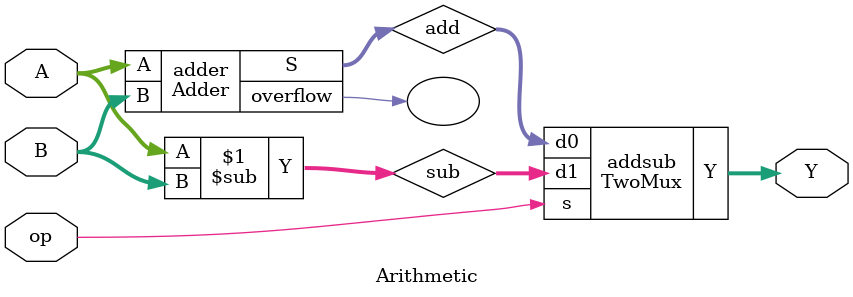
<source format=v>

module FullAdder (input a, input b, input ci, output so, output co);
    
    wire so0, co0, co1;

    xor s0 (so0, a, b);
    xor SUM (so, s0, ci);
    
    and c0 (co0, a, b);
    and c1 (co1, s0, ci);
    or CARRY (co, c0, c1);
endmodule

/////////////////////////////////////////////////////////////////////////////////////////////////////////
/////////////////////////////////////////////////////////////////////////////////////////////////////////

module Adder (
    input [31:0] A,
    input [31:0] B,
    output [31:0] S,
    output overflow);
    
    wire [30:0] c;

    FullAdder FA0(.a(A[0]), .b(B[0]), .ci(), .so(S[0]), .co(c[0]));
    FullAdder FA1(.a(A[1]), .b(B[1]), .ci(c[0]), .so(S[1]), .co(c[1]));
    FullAdder FA2(.a(A[2]), .b(B[2]), .ci(c[1]), .so(S[2]), .co(c[2]));
    FullAdder FA3(.a(A[3]), .b(B[3]), .ci(c[2]), .so(S[3]), .co(c[3]));
    FullAdder FA4(.a(A[4]), .b(B[4]), .ci(c[3]), .so(S[4]), .co(c[4]));
    FullAdder FA5(.a(A[5]), .b(B[5]), .ci(c[4]), .so(S[5]), .co(c[5]));
    FullAdder FA6(.a(A[6]), .b(B[6]), .ci(c[5]), .so(S[6]), .co(c[6]));
    FullAdder FA7(.a(A[7]), .b(B[7]), .ci(c[6]), .so(S[7]), .co(c[7]));
    FullAdder FA8(.a(A[8]), .b(B[8]), .ci(c[7]), .so(S[8]), .co(c[8]));
    FullAdder FA9(.a(A[9]), .b(B[9]), .ci(c[8]), .so(S[9]), .co(c[9]));
    FullAdder FA10(.a(A[10]), .b(B[10]), .ci(c[9]), .so(S[10]), .co(c[10]));
    FullAdder FA11(.a(A[11]), .b(B[11]), .ci(c[10]), .so(S[11]), .co(c[11]));
    FullAdder FA12(.a(A[12]), .b(B[12]), .ci(c[11]), .so(S[12]), .co(c[12]));
    FullAdder FA13(.a(A[13]), .b(B[13]), .ci(c[12]), .so(S[13]), .co(c[13]));
    FullAdder FA14(.a(A[14]), .b(B[14]), .ci(c[13]), .so(S[14]), .co(c[14]));
    FullAdder FA15(.a(A[15]), .b(B[15]), .ci(c[14]), .so(S[15]), .co(c[15]));
    FullAdder FA16(.a(A[16]), .b(B[16]), .ci(c[15]), .so(S[16]), .co(c[16]));
    FullAdder FA17(.a(A[17]), .b(B[17]), .ci(c[16]), .so(S[17]), .co(c[17]));
    FullAdder FA18(.a(A[18]), .b(B[18]), .ci(c[17]), .so(S[18]), .co(c[18]));
    FullAdder FA19(.a(A[19]), .b(B[19]), .ci(c[18]), .so(S[19]), .co(c[19]));
    FullAdder FA20(.a(A[20]), .b(B[20]), .ci(c[19]), .so(S[20]), .co(c[20]));
    FullAdder FA21(.a(A[21]), .b(B[21]), .ci(c[20]), .so(S[21]), .co(c[21]));
    FullAdder FA22(.a(A[22]), .b(B[22]), .ci(c[21]), .so(S[22]), .co(c[22]));
    FullAdder FA23(.a(A[23]), .b(B[23]), .ci(c[22]), .so(S[23]), .co(c[23]));
    FullAdder FA24(.a(A[24]), .b(B[24]), .ci(c[23]), .so(S[24]), .co(c[24]));
    FullAdder FA25(.a(A[25]), .b(B[25]), .ci(c[24]), .so(S[25]), .co(c[25]));
    FullAdder FA26(.a(A[26]), .b(B[26]), .ci(c[25]), .so(S[26]), .co(c[26]));
    FullAdder FA27(.a(A[27]), .b(B[27]), .ci(c[26]), .so(S[27]), .co(c[27]));
    FullAdder FA28(.a(A[28]), .b(B[28]), .ci(c[27]), .so(S[28]), .co(c[28]));
    FullAdder FA29(.a(A[29]), .b(B[29]), .ci(c[28]), .so(S[29]), .co(c[29]));
    FullAdder FA30(.a(A[30]), .b(B[30]), .ci(c[29]), .so(S[30]), .co(c[30]));
    FullAdder FA31(.a(A[31]), .b(B[31]), .ci(c[30]), .so(S[31]), .co(overflow));
endmodule

/////////////////////////////////////////////////////////////////////////////////////////////////////////
/////////////////////////////////////////////////////////////////////////////////////////////////////////

module TwoMux #(parameter data = 32) (
    input s,
    input [data-1:0] d0, d1,
    output [data-1:0] Y
    );

    assign Y = s ? d1 : d0;
endmodule

/////////////////////////////////////////////////////////////////////////////////////////////////////////
/////////////////////////////////////////////////////////////////////////////////////////////////////////

module Arithmetic (
    input op,
    input [31:0] A, B,
    output [31:0] Y
    );

    wire [31:0] add, sub;

    Adder adder (
        .A(A),
        .B(B),
        .S(add),
        .overflow()
        );

    // assign add = A + B;
    assign sub = A - B; 

    TwoMux addsub (
        .s(op),
        .d0(add),
        .d1(sub),
        .Y(Y)
        );
endmodule

/////////////////////////////////////////////////////////////////////////////////////////////////////////
</source>
